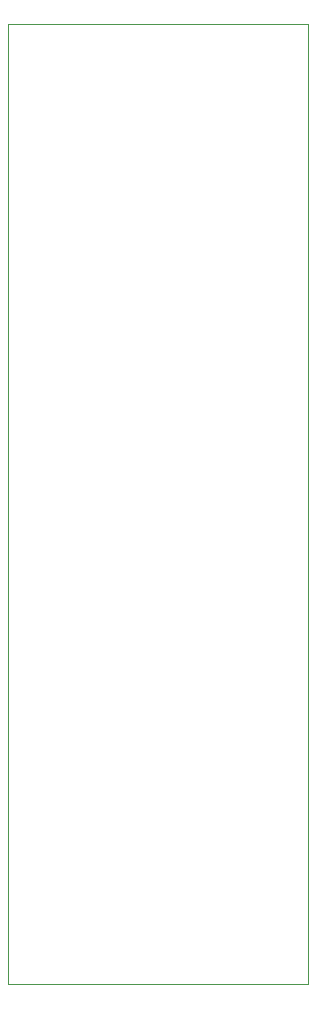
<source format=gbr>
%TF.GenerationSoftware,KiCad,Pcbnew,(6.0.6)*%
%TF.CreationDate,2022-08-06T18:53:41-04:00*%
%TF.ProjectId,freedap-pico,66726565-6461-4702-9d70-69636f2e6b69,rev?*%
%TF.SameCoordinates,Original*%
%TF.FileFunction,Profile,NP*%
%FSLAX46Y46*%
G04 Gerber Fmt 4.6, Leading zero omitted, Abs format (unit mm)*
G04 Created by KiCad (PCBNEW (6.0.6)) date 2022-08-06 18:53:41*
%MOMM*%
%LPD*%
G01*
G04 APERTURE LIST*
%TA.AperFunction,Profile*%
%ADD10C,0.100000*%
%TD*%
G04 APERTURE END LIST*
D10*
X43180000Y-115570000D02*
X43180000Y-34290000D01*
X68580000Y-115570000D02*
X43180000Y-115570000D01*
X43180000Y-34290000D02*
X68580000Y-34290000D01*
X68580000Y-34290000D02*
X68580000Y-115570000D01*
M02*

</source>
